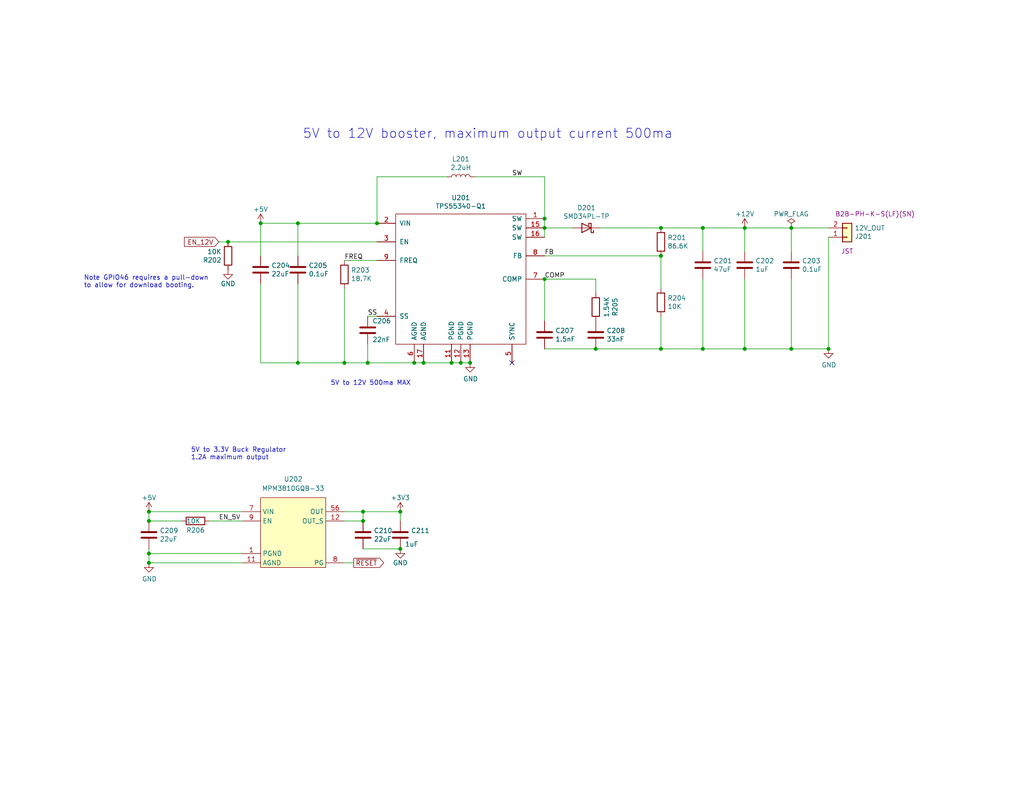
<source format=kicad_sch>
(kicad_sch (version 20230121) (generator eeschema)
  (paper "USLetter")
  (title_block (title "Wroom32 LED Controller") (date "2022-05-15") (rev "4.0.0") (company "Aaron Williams") (comment 1 "Copyright © 2020-2022 by Aaron Williams"))
  (lib_symbols
    (symbol "Connector_Generic:Conn_01x02" (pin_names (offset 1.016) hide)
      (property "Reference" "J" (at 0 2.54 0))
      (property "Value" "Conn_01x02" (at 0 -5.08 0))
      (symbol "Conn_01x02_1_1"
        (rectangle (start -1.27 -2.413) (end 0 -2.667) (stroke (width 0.1524)))
        (rectangle (start -1.27 0.127) (end 0 -0.127) (stroke (width 0.1524)))
        (rectangle (start -1.27 1.27) (end 1.27 -3.81) (stroke (width 0.254)) (fill (type background)))
        (pin passive line (at -5.08 0 0) (length 3.81) (name "Pin_1") (number "1"))
        (pin passive line (at -5.08 -2.54 0) (length 3.81) (name "Pin_2") (number "2"))
      )
    )
    (symbol "Device:C" (pin_numbers hide) (pin_names (offset 0.254))
      (property "Reference" "C" (at 0.635 2.54 0))
      (property "Value" "C" (at 0.635 -2.54 0))
      (symbol "C_0_1"
        (polyline (pts (xy -2.032 -0.762) (xy 2.032 -0.762)) (stroke (width 0.508)))
        (polyline (pts (xy -2.032 0.762) (xy 2.032 0.762)) (stroke (width 0.508)))
      )
      (symbol "C_1_1"
        (pin passive line (at 0 3.81 270) (length 2.794) (name "~") (number "1"))
        (pin passive line (at 0 -3.81 90) (length 2.794) (name "~") (number "2"))
      )
    )
    (symbol "Device:D_Schottky" (pin_numbers hide) (pin_names (offset 1.016) hide)
      (property "Reference" "D" (at 0 2.54 0))
      (property "Value" "D_Schottky" (at 0 -2.54 0))
      (symbol "D_Schottky_0_1"
        (polyline (pts (xy 1.27 0) (xy -1.27 0)))
        (polyline (pts (xy 1.27 1.27) (xy 1.27 -1.27) (xy -1.27 0) (xy 1.27 1.27)) (stroke (width 0.254)))
        (polyline (pts (xy -1.905 0.635) (xy -1.905 1.27) (xy -1.27 1.27) (xy -1.27 -1.27) (xy -0.635 -1.27) (xy -0.635 -0.635)) (stroke (width 0.254)))
      )
      (symbol "D_Schottky_1_1"
        (pin passive line (at -3.81 0 0) (length 2.54) (name "K") (number "1"))
        (pin passive line (at 3.81 0 180) (length 2.54) (name "A") (number "2"))
      )
    )
    (symbol "Device:L" (pin_numbers hide) (pin_names (offset 1.016) hide)
      (property "Reference" "L" (at -1.27 0 90))
      (property "Value" "L" (at 1.905 0 90))
      (symbol "L_0_1"
        (arc (start 0 -2.54) (mid 0.6323 -1.905) (end 0 -1.27))
        (arc (start 0 -1.27) (mid 0.6323 -0.635) (end 0 0))
        (arc (start 0 0) (mid 0.6323 0.635) (end 0 1.27))
        (arc (start 0 1.27) (mid 0.6323 1.905) (end 0 2.54))
      )
      (symbol "L_1_1"
        (pin passive line (at 0 3.81 270) (length 1.27) (name "1") (number "1"))
        (pin passive line (at 0 -3.81 90) (length 1.27) (name "2") (number "2"))
      )
    )
    (symbol "Device:R" (pin_numbers hide) (pin_names (offset 0))
      (property "Reference" "R" (at 2.032 0 90))
      (property "Value" "R" (at 0 0 90))
      (symbol "R_0_1"
        (rectangle (start -1.016 -2.54) (end 1.016 2.54) (stroke (width 0.254)))
      )
      (symbol "R_1_1"
        (pin passive line (at 0 3.81 270) (length 1.27) (name "~") (number "1"))
        (pin passive line (at 0 -3.81 90) (length 1.27) (name "~") (number "2"))
      )
    )
    (symbol "Power_Management:MPM3810GQB-33"
      (property "Reference" "U" (at -5.08 10.16 0))
      (property "Value" "MPM3810GQB-33" (at 0 7.62 0))
      (symbol "MPM3810GQB-33_0_1"
        (rectangle (start -8.89 8.89) (end 8.89 -10.16) (fill (type background)))
      )
      (symbol "MPM3810GQB-33_1_1"
        (pin power_in line (at -13.97 -6.35 0) (length 5.08) (name "PGND") (number "1"))
        (pin no_connect line (at 13.97 -6.35 180) (length 5.08) hide (name "NC") (number "10"))
        (pin power_in line (at -13.97 -8.89 0) (length 5.08) (name "AGND") (number "11"))
        (pin input line (at 13.97 2.54 180) (length 5.08) (name "OUT_S") (number "12"))
        (pin passive line (at -13.97 -6.35 0) (length 5.08) hide (name "PGND") (number "2"))
        (pin no_connect line (at -13.97 0 0) (length 5.08) hide (name "NC") (number "34"))
        (pin power_out line (at 13.97 5.08 180) (length 5.08) (name "OUT") (number "56"))
        (pin power_in line (at -13.97 5.08 0) (length 5.08) (name "VIN") (number "7"))
        (pin open_collector line (at 13.97 -8.89 180) (length 5.08) (name "PG") (number "8"))
        (pin input line (at -13.97 2.54 0) (length 5.08) (name "EN") (number "9"))
      )
    )
    (symbol "led-controller-wrover32-rescue:TPS55340-Q1-texas-12v-booster-rescue" (pin_names (offset 1.016))
      (property "Reference" "U" (at -13.97 19.05 0))
      (property "Value" "TPS55340-Q1-texas-12v-booster-rescue" (at 0 0 0))
      (symbol "TPS55340-Q1-texas-12v-booster-rescue_0_1"
        (rectangle (start -17.78 17.78) (end 17.78 -17.78))
      )
      (symbol "TPS55340-Q1-texas-12v-booster-rescue_1_1"
        (pin input line (at 22.86 16.51 180) (length 5.08) (name "SW") (number "1"))
        (pin no_connect line (at 17.78 -6.35 180) (length 5.08) hide (name "NC") (number "10"))
        (pin power_in line (at -2.54 -22.86 90) (length 5.08) (name "PGND") (number "11"))
        (pin power_in line (at 0 -22.86 90) (length 5.08) (name "PGND") (number "12"))
        (pin power_in line (at 2.54 -22.86 90) (length 5.08) (name "PGND") (number "13"))
        (pin no_connect line (at 17.78 -8.89 180) (length 5.08) hide (name "NC") (number "14"))
        (pin input line (at 22.86 13.97 180) (length 5.08) (name "SW") (number "15"))
        (pin input line (at 22.86 11.43 180) (length 5.08) (name "SW") (number "16"))
        (pin power_in line (at -10.16 -22.86 90) (length 5.08) (name "AGND") (number "17"))
        (pin power_in line (at -22.86 15.24 0) (length 5.08) (name "VIN") (number "2"))
        (pin input line (at -22.86 10.16 0) (length 5.08) (name "EN") (number "3"))
        (pin input line (at -22.86 -10.16 0) (length 5.08) (name "SS") (number "4"))
        (pin input line (at 13.97 -22.86 90) (length 5.08) (name "SYNC") (number "5"))
        (pin power_in line (at -12.7 -22.86 90) (length 5.08) (name "AGND") (number "6"))
        (pin output line (at 22.86 0 180) (length 5.08) (name "COMP") (number "7"))
        (pin passive line (at 22.86 6.35 180) (length 5.08) (name "FB") (number "8"))
        (pin output line (at -22.86 5.08 0) (length 5.08) (name "FREQ") (number "9"))
      )
    )
    (symbol "power:+12V" (power) (pin_names (offset 0))
      (property "Value" "+12V" (at 0 3.556 0))
      (symbol "+12V_0_1"
        (polyline (pts (xy -0.762 1.27) (xy 0 2.54)))
        (polyline (pts (xy 0 0) (xy 0 2.54)))
        (polyline (pts (xy 0 2.54) (xy 0.762 1.27)))
      )
      (symbol "+12V_1_1"
        (pin power_in line (at 0 0 90) (length 0) hide (name "+12V") (number "1"))
      )
    )
    (symbol "power:+3.3V" (power) (pin_names (offset 0))
      (property "Value" "+3.3V" (at 0 3.556 0))
      (symbol "+3.3V_0_1"
        (polyline (pts (xy -0.762 1.27) (xy 0 2.54)))
        (polyline (pts (xy 0 0) (xy 0 2.54)))
        (polyline (pts (xy 0 2.54) (xy 0.762 1.27)))
      )
      (symbol "+3.3V_1_1"
        (pin power_in line (at 0 0 90) (length 0) hide (name "+3V3") (number "1"))
      )
    )
    (symbol "power:+5V" (power) (pin_names (offset 0))
      (property "Value" "+5V" (at 0 3.556 0))
      (symbol "+5V_0_1"
        (polyline (pts (xy -0.762 1.27) (xy 0 2.54)))
        (polyline (pts (xy 0 0) (xy 0 2.54)))
        (polyline (pts (xy 0 2.54) (xy 0.762 1.27)))
      )
      (symbol "+5V_1_1"
        (pin power_in line (at 0 0 90) (length 0) hide (name "+5V") (number "1"))
      )
    )
    (symbol "power:GND" (power) (pin_names (offset 0))
      (property "Value" "GND" (at 0 -3.81 0))
      (symbol "GND_0_1"
        (polyline (pts (xy 0 0) (xy 0 -1.27) (xy 1.27 -1.27) (xy 0 -2.54) (xy -1.27 -1.27) (xy 0 -1.27)))
      )
      (symbol "GND_1_1"
        (pin power_in line (at 0 0 270) (length 0) hide (name "GND") (number "1"))
      )
    )
    (symbol "power:PWR_FLAG" (power) (pin_numbers hide) (pin_names (offset 0) hide)
      (property "Value" "PWR_FLAG" (at 0 3.81 0))
      (symbol "PWR_FLAG_0_0"
        (pin power_out line (at 0 0 90) (length 0) (name "pwr") (number "1"))
      )
      (symbol "PWR_FLAG_0_1"
        (polyline (pts (xy 0 0) (xy 0 1.27) (xy -1.016 1.905) (xy 0 2.54) (xy 1.016 1.905) (xy 0 1.27)))
      )
    )
  )
  (junction (at 203.2 62.23))
  (junction (at 81.28 60.96))
  (junction (at 40.64 142.24))
  (junction (at 115.57 99.06))
  (junction (at 81.28 99.06))
  (junction (at 113.03 99.06))
  (junction (at 102.87 60.96))
  (junction (at 123.19 99.06))
  (junction (at 180.34 95.25))
  (junction (at 99.06 139.7))
  (junction (at 99.06 142.24))
  (junction (at 148.59 62.23))
  (junction (at 93.98 99.06))
  (junction (at 215.9 62.23))
  (junction (at 125.73 99.06))
  (junction (at 203.2 95.25))
  (junction (at 180.34 69.85))
  (junction (at 109.22 149.86))
  (junction (at 215.9 95.25))
  (junction (at 180.34 62.23))
  (junction (at 226.06 95.25))
  (junction (at 62.23 66.04))
  (junction (at 191.77 95.25))
  (junction (at 40.64 151.13))
  (junction (at 40.64 153.67))
  (junction (at 71.12 60.96))
  (junction (at 128.27 99.06))
  (junction (at 148.59 59.69))
  (junction (at 148.59 76.2))
  (junction (at 109.22 139.7))
  (junction (at 40.64 139.7))
  (junction (at 191.77 62.23))
  (junction (at 100.33 99.06))
  (junction (at 162.56 95.25))
  (no_connect (at 139.7 99.06))
  (wire (pts (xy 215.9 95.25) (xy 226.06 95.25)))
  (wire (pts (xy 100.33 99.06) (xy 100.33 93.98)))
  (wire (pts (xy 148.59 64.77) (xy 148.59 62.23)))
  (wire (pts (xy 62.23 66.04) (xy 102.87 66.04)))
  (wire (pts (xy 99.06 139.7) (xy 109.22 139.7)))
  (wire (pts (xy 40.64 139.7) (xy 66.04 139.7)))
  (wire (pts (xy 40.64 153.67) (xy 66.04 153.67)))
  (wire (pts (xy 121.92 48.26) (xy 102.87 48.26)))
  (wire (pts (xy 191.77 62.23) (xy 203.2 62.23)))
  (wire (pts (xy 93.98 153.67) (xy 96.52 153.67)))
  (wire (pts (xy 93.98 139.7) (xy 99.06 139.7)))
  (wire (pts (xy 40.64 151.13) (xy 66.04 151.13)))
  (wire (pts (xy 81.28 99.06) (xy 93.98 99.06)))
  (wire (pts (xy 148.59 69.85) (xy 180.34 69.85)))
  (wire (pts (xy 81.28 60.96) (xy 71.12 60.96)))
  (wire (pts (xy 148.59 59.69) (xy 148.59 48.26)))
  (wire (pts (xy 115.57 99.06) (xy 113.03 99.06)))
  (wire (pts (xy 123.19 99.06) (xy 115.57 99.06)))
  (wire (pts (xy 148.59 76.2) (xy 162.56 76.2)))
  (wire (pts (xy 40.64 151.13) (xy 40.64 149.86)))
  (wire (pts (xy 148.59 62.23) (xy 156.21 62.23)))
  (wire (pts (xy 203.2 95.25) (xy 203.2 76.2)))
  (wire (pts (xy 71.12 60.96) (xy 71.12 69.85)))
  (wire (pts (xy 148.59 95.25) (xy 162.56 95.25)))
  (wire (pts (xy 226.06 95.25) (xy 226.06 64.77)))
  (wire (pts (xy 57.15 142.24) (xy 66.04 142.24)))
  (wire (pts (xy 128.27 99.06) (xy 125.73 99.06)))
  (wire (pts (xy 180.34 95.25) (xy 180.34 86.36)))
  (wire (pts (xy 100.33 86.36) (xy 102.87 86.36)))
  (wire (pts (xy 148.59 87.63) (xy 148.59 76.2)))
  (wire (pts (xy 102.87 48.26) (xy 102.87 60.96)))
  (wire (pts (xy 162.56 95.25) (xy 180.34 95.25)))
  (wire (pts (xy 71.12 77.47) (xy 71.12 99.06)))
  (wire (pts (xy 81.28 77.47) (xy 81.28 99.06)))
  (wire (pts (xy 215.9 62.23) (xy 226.06 62.23)))
  (wire (pts (xy 102.87 71.12) (xy 93.98 71.12)))
  (wire (pts (xy 93.98 99.06) (xy 100.33 99.06)))
  (wire (pts (xy 180.34 62.23) (xy 191.77 62.23)))
  (wire (pts (xy 125.73 99.06) (xy 123.19 99.06)))
  (wire (pts (xy 148.59 62.23) (xy 148.59 59.69)))
  (wire (pts (xy 215.9 68.58) (xy 215.9 62.23)))
  (wire (pts (xy 109.22 139.7) (xy 109.22 142.24)))
  (wire (pts (xy 191.77 95.25) (xy 203.2 95.25)))
  (wire (pts (xy 215.9 76.2) (xy 215.9 95.25)))
  (wire (pts (xy 81.28 60.96) (xy 81.28 69.85)))
  (wire (pts (xy 180.34 62.23) (xy 163.83 62.23)))
  (wire (pts (xy 40.64 153.67) (xy 40.64 151.13)))
  (wire (pts (xy 191.77 95.25) (xy 191.77 76.2)))
  (wire (pts (xy 71.12 99.06) (xy 81.28 99.06)))
  (wire (pts (xy 203.2 95.25) (xy 215.9 95.25)))
  (wire (pts (xy 180.34 78.74) (xy 180.34 69.85)))
  (wire (pts (xy 162.56 80.01) (xy 162.56 76.2)))
  (wire (pts (xy 59.69 66.04) (xy 62.23 66.04)))
  (wire (pts (xy 93.98 142.24) (xy 99.06 142.24)))
  (wire (pts (xy 180.34 95.25) (xy 191.77 95.25)))
  (wire (pts (xy 113.03 99.06) (xy 100.33 99.06)))
  (wire (pts (xy 203.2 62.23) (xy 203.2 68.58)))
  (wire (pts (xy 203.2 62.23) (xy 215.9 62.23)))
  (wire (pts (xy 148.59 48.26) (xy 129.54 48.26)))
  (wire (pts (xy 109.22 149.86) (xy 99.06 149.86)))
  (wire (pts (xy 93.98 78.74) (xy 93.98 99.06)))
  (wire (pts (xy 99.06 139.7) (xy 99.06 142.24)))
  (wire (pts (xy 49.53 142.24) (xy 40.64 142.24)))
  (wire (pts (xy 102.87 60.96) (xy 81.28 60.96)))
  (wire (pts (xy 191.77 62.23) (xy 191.77 68.58)))
  (wire (pts (xy 40.64 139.7) (xy 40.64 142.24)))
  (text "Note GPIO46 requires a pull-down\nto allow for download booting." (at 22.86 78.74 0) (effects (font (size 1.27 1.27)) (justify left bottom)))
  (text "5V to 3.3V Buck Regulator\n1.2A maximum output" (at 52.07 125.73 0) (effects (font (size 1.27 1.27)) (justify left bottom)))
  (text "5V to 12V 500ma MAX" (at 90.17 105.41 0) (effects (font (size 1.27 1.27)) (justify left bottom)))
  (text "5V to 12V booster, maximum output current 500ma" (at 82.55 38.1 0) (effects (font (size 2.54 2.54)) (justify left bottom)))
  (label "EN_5V" (at 59.69 142.24 0))
  (label "SW" (at 139.7 48.26 0))
  (label "COMP" (at 148.59 76.2 0))
  (label "SS" (at 100.33 86.36 0))
  (label "FB" (at 148.59 69.85 0))
  (label "FREQ" (at 93.98 71.12 0))
  (global_label "EN_12V" (shape input) (at 59.69 66.04 180) (property "Intersheetrefs" "${INTERSHEET_REFS}" (effects hide)))
  (global_label "~{RESET}" (shape output) (at 96.52 153.67 0) (property "Intersheetrefs" "${INTERSHEET_REFS}" (effects hide)))
  (symbol (lib_id "led-controller-wrover32-rescue:TPS55340-Q1-texas-12v-booster-rescue") (at 125.73 76.2 0) (unit 1)
    (property "Reference" "U201" (at 125.73 53.975 0))
    (property "Value" "TPS55340-Q1" (at 125.73 56.2864 0))
    (property "Footprint" "Aaron:QFN-16-1EP_3x3mm_P0.5mm_EP2.7x2.7mm_ThermalVias" (effects hide))
    (property "Datasheet" "http://www.ti.com/lit/ds/symlink/tps55340-q1.pdf" (effects hide))
    (property "MFR" "Texas Instruments" (effects hide))
    (property "MPN" "TPS55340RTER" (effects hide))
    (property "SPR" "Digikey" (effects hide))
    (property "SPN" "296-37677-1-ND" (effects hide))
    (property "SPURL" "https://www.digikey.com/products/en?keywords=296-37677-1-ND" (effects hide))
    (property "DESC" "IC REG BOOST ADJ 5.25A 16WQFN" (effects hide))
  )
  (symbol (lib_id "Device:L") (at 125.73 48.26 90) (unit 1)
    (property "Reference" "L201" (at 125.73 43.434 90))
    (property "Value" "2.2uH" (at 125.73 45.7454 90))
    (property "Footprint" "Inductor_SMD:L_1210_3225Metric" (effects hide))
    (property "MFR" "Murata Electronics" (effects hide))
    (property "MPN" "DFE322520FD-2R2M=P2" (effects hide))
    (property "SPR" "Digikey" (effects hide))
    (property "SPN" "490-18405-1-ND" (effects hide))
    (property "SPURL" "https://www.digikey.com/en/products/detail/murata-electronics/DFE322520FD-2R2M-P2/10135196" (effects hide))
    (property "DESC" "2.2 µH Shielded Wirewound Inductor 2.9 A 46mOhm Max 1210 (3225 Metric)" (effects hide))
  )
  (symbol (lib_id "Device:D_Schottky") (at 160.02 62.23 180) (unit 1)
    (property "Reference" "D201" (at 160.02 56.7436 0))
    (property "Value" "SMD34PL-TP" (at 160.02 59.055 0))
    (property "Footprint" "Diode_SMD:D_SOD-123F" (effects hide))
    (property "MFR" "Micro Commercial Co" (effects hide))
    (property "MPN" "SMD34PL-TP" (effects hide))
    (property "SPR" "Digikey" (effects hide))
    (property "SPN" "SMD34PL-TPMSCT-ND" (effects hide))
    (property "SPURL" "https://www.digikey.com/en/products/detail/micro-commercial-co/SMD34PL-TP/7652399" (effects hide))
    (property "DESC" "Diode Schottky 40 V 3A Surface Mount SOD-123FL" (effects hide))
  )
  (symbol (lib_id "Device:C") (at 71.12 73.66 0) (unit 1)
    (property "Reference" "C204" (at 74.041 72.4916 0) (effects (justify left)))
    (property "Value" "22uF" (at 74.041 74.803 0) (effects (justify left)))
    (property "Footprint" "Capacitor_SMD:C_0603_1608Metric" (effects hide))
    (property "MFR" "Samsung Electro-Mechanics" (effects hide))
    (property "MPN" "CL10A226MO7JZNC" (effects hide))
    (property "SPR" "Digikey" (effects hide))
    (property "SPN" "1276-7076-1-ND" (effects hide))
    (property "SPURL" "https://www.digikey.com/products/en/capacitors/ceramic-capacitors/60?k=&pkeyword=&sv=0&pv2049=u22%C2%B5F&sf=1&FV=7%7C2%2C14%7C108742%2C17%7C422407%2C17%7C422415%2C1989%7C0%2C-8%7C60%2C16%7C39246%2C69%7C409416&quantity=&ColumnSort=0&page=1&stock=1&nstock=1&pageSize=500" (effects hide))
    (property "DESC" "CAP CER 22UF 16V X5R 0603" (effects hide))
  )
  (symbol (lib_id "Device:C") (at 81.28 73.66 0) (unit 1)
    (property "Reference" "C205" (at 84.201 72.4916 0) (effects (justify left)))
    (property "Value" "0.1uF" (at 84.201 74.803 0) (effects (justify left)))
    (property "Footprint" "Capacitor_SMD:C_0402_1005Metric" (effects hide))
    (property "SPR" "Digikey" (effects hide))
  )
  (symbol (lib_id "Device:R") (at 93.98 74.93 0) (unit 1)
    (property "Reference" "R203" (at 95.758 73.7616 0) (effects (justify left)))
    (property "Value" "18.7K" (at 95.758 76.073 0) (effects (justify left)))
    (property "Footprint" "Resistor_SMD:R_0402_1005Metric" (effects hide))
    (property "MPN" "RC0603FR-0718K7L" (effects hide))
    (property "SPR" "Digikey" (effects hide))
    (property "SPN" "311-18.7KHRCT-ND" (effects hide))
    (property "SPURL" "https://www.digikey.com/product-detail/en/yageo/RC0603FR-0718K7L/311-18.7KHRCT-ND/729940" (effects hide))
  )
  (symbol (lib_id "Device:C") (at 100.33 90.17 0) (unit 1)
    (property "Reference" "C206" (at 101.6 87.63 0) (effects (justify left)))
    (property "Value" "22nF" (at 101.6 92.71 0) (effects (justify left)))
    (property "Footprint" "Capacitor_SMD:C_0402_1005Metric" (effects hide))
    (property "SPR" "Digikey" (effects hide))
  )
  (symbol (lib_id "Device:C") (at 148.59 91.44 0) (unit 1)
    (property "Reference" "C207" (at 151.511 90.2716 0) (effects (justify left)))
    (property "Value" "1.5nF" (at 151.511 92.583 0) (effects (justify left)))
    (property "Footprint" "Capacitor_SMD:C_0402_1005Metric" (effects hide))
    (property "SPR" "Digikey" (effects hide))
  )
  (symbol (lib_id "Device:R") (at 162.56 83.82 180) (unit 1)
    (property "Reference" "R205" (at 167.8178 83.82 90))
    (property "Value" "1.54K" (at 165.5064 83.82 90))
    (property "Footprint" "Resistor_SMD:R_0402_1005Metric" (effects hide))
  )
  (symbol (lib_id "Device:C") (at 162.56 91.44 0) (unit 1)
    (property "Reference" "C208" (at 165.481 90.2716 0) (effects (justify left)))
    (property "Value" "33nF" (at 165.481 92.583 0) (effects (justify left)))
    (property "Footprint" "Capacitor_SMD:C_0402_1005Metric" (effects hide))
    (property "SPR" "Digikey" (effects hide))
  )
  (symbol (lib_id "Device:R") (at 180.34 82.55 0) (unit 1)
    (property "Reference" "R204" (at 182.118 81.3816 0) (effects (justify left)))
    (property "Value" "10K" (at 182.118 83.693 0) (effects (justify left)))
    (property "Footprint" "Resistor_SMD:R_0402_1005Metric" (effects hide))
    (property "SPR" "Digikey" (effects hide))
    (property "SPN" "541-2979-1-ND" (effects hide))
    (property "SPURL" "https://www.digikey.com/products/en?keywords=541-2979-1-ND" (effects hide))
  )
  (symbol (lib_id "Device:R") (at 180.34 66.04 0) (unit 1)
    (property "Reference" "R201" (at 182.118 64.8716 0) (effects (justify left)))
    (property "Value" "86.6K" (at 182.118 67.183 0) (effects (justify left)))
    (property "Footprint" "Resistor_SMD:R_0402_1005Metric" (effects hide))
    (property "SPR" "Digikey" (effects hide))
    (property "SPN" "541-86.6KHCT-ND" (effects hide))
    (property "SPURL" "https://www.digikey.com/products/en?keywords=541-86.6KHCT-ND" (effects hide))
  )
  (symbol (lib_id "Device:C") (at 191.77 72.39 0) (unit 1)
    (property "Reference" "C201" (at 194.691 71.2216 0) (effects (justify left)))
    (property "Value" "47uF" (at 194.691 73.533 0) (effects (justify left)))
    (property "Footprint" "Capacitor_SMD:C_1210_3225Metric" (effects hide))
    (property "MFR" "Samsung" (effects hide))
    (property "MPN" "CL32A476KOJNNNE" (effects hide))
    (property "DESC" "CAP CER 47UF 16V X5R 1210" (effects hide))
  )
  (symbol (lib_id "Device:C") (at 203.2 72.39 0) (unit 1)
    (property "Reference" "C202" (at 206.121 71.2216 0) (effects (justify left)))
    (property "Value" "1uF" (at 206.121 73.533 0) (effects (justify left)))
    (property "Footprint" "Capacitor_SMD:C_0402_1005Metric" (effects hide))
  )
  (symbol (lib_id "power:GND") (at 128.27 99.06 0) (unit 1)
    (property "Reference" "#PWR0205" (effects hide))
    (property "Value" "GND" (at 128.397 103.4542 0))
  )
  (symbol (lib_id "power:+12V") (at 203.2 62.23 0) (unit 1)
    (property "Reference" "#PWR0202" (effects hide))
    (property "Value" "+12V" (at 203.2 58.42 0))
  )
  (symbol (lib_id "power:GND") (at 226.06 95.25 0) (unit 1)
    (property "Reference" "#PWR0204" (effects hide))
    (property "Value" "GND" (at 226.187 99.6442 0))
  )
  (symbol (lib_id "Device:C") (at 215.9 72.39 0) (unit 1)
    (property "Reference" "C203" (at 218.821 71.2216 0) (effects (justify left)))
    (property "Value" "0.1uF" (at 218.821 73.533 0) (effects (justify left)))
    (property "Footprint" "Capacitor_SMD:C_0402_1005Metric" (effects hide))
    (property "SPR" "Digikey" (effects hide))
  )
  (symbol (lib_id "Connector_Generic:Conn_01x02") (at 231.14 64.77 0) (mirror x) (unit 1)
    (property "Reference" "J201" (at 233.172 64.5668 0) (effects (justify left)))
    (property "Value" "12V_OUT" (at 233.172 62.2554 0) (effects (justify left)))
    (property "Footprint" "Connector_JST:JST_PH_B2B-PH-K_1x02_P2.00mm_Vertical" (effects hide))
    (property "MFR" "JST" (at 231.14 68.58 0))
    (property "MPN" "B2B-PH-K-S(LF)(SN)" (at 238.76 58.42 0))
    (property "SPN" "455-1704-ND" (effects hide))
    (property "SPR" "Digikey" (effects hide))
    (property "SPURL" "https://www.digikey.com/product-detail/en/jst-sales-america-inc/B2B-PH-K-S-LF-SN/455-1704-ND/926611" (effects hide))
    (property "DESC" "CONN HEADER VERT 2POS 2MM" (effects hide))
  )
  (symbol (lib_id "power:PWR_FLAG") (at 215.9 62.23 0) (unit 1)
    (property "Reference" "#FLG0201" (effects hide))
    (property "Value" "PWR_FLAG" (at 215.9 58.42 0))
  )
  (symbol (lib_id "power:+5V") (at 71.12 60.96 0) (unit 1)
    (property "Reference" "#PWR0201" (effects hide))
    (property "Value" "+5V" (at 71.12 57.15 0))
  )
  (symbol (lib_id "Device:C") (at 99.06 146.05 0) (unit 1)
    (property "Reference" "C210" (at 101.981 144.8816 0) (effects (justify left)))
    (property "Value" "22uF" (at 101.981 147.193 0) (effects (justify left)))
    (property "Footprint" "Capacitor_SMD:C_0603_1608Metric" (effects hide))
    (property "MFR" "Samsung Electro-Mechanics" (effects hide))
    (property "MPN" "CL10A226MO7JZNC" (effects hide))
    (property "SPR" "Digikey" (effects hide))
    (property "SPN" "1276-7076-1-ND" (effects hide))
    (property "SPURL" "https://www.digikey.com/products/en/capacitors/ceramic-capacitors/60?k=&pkeyword=&sv=0&pv2049=u22%C2%B5F&sf=1&FV=7%7C2%2C14%7C108742%2C17%7C422407%2C17%7C422415%2C1989%7C0%2C-8%7C60%2C16%7C39246%2C69%7C409416&quantity=&ColumnSort=0&page=1&stock=1&nstock=1&pageSize=500" (effects hide))
    (property "DESC" "CAP CER 22UF 16V X5R 0603" (effects hide))
  )
  (symbol (lib_id "power:+5V") (at 40.64 139.7 0) (unit 1)
    (property "Reference" "#PWR0206" (effects hide))
    (property "Value" "+5V" (at 40.64 135.89 0))
  )
  (symbol (lib_id "Device:C") (at 40.64 146.05 0) (unit 1)
    (property "Reference" "C209" (at 43.561 144.8816 0) (effects (justify left)))
    (property "Value" "22uF" (at 43.561 147.193 0) (effects (justify left)))
    (property "Footprint" "Capacitor_SMD:C_0603_1608Metric" (effects hide))
    (property "MFR" "Samsung Electro-Mechanics" (effects hide))
    (property "MPN" "CL10A226MO7JZNC" (effects hide))
    (property "SPR" "Digikey" (effects hide))
    (property "SPN" "1276-7076-1-ND" (effects hide))
    (property "SPURL" "https://www.digikey.com/products/en/capacitors/ceramic-capacitors/60?k=&pkeyword=&sv=0&pv2049=u22%C2%B5F&sf=1&FV=7%7C2%2C14%7C108742%2C17%7C422407%2C17%7C422415%2C1989%7C0%2C-8%7C60%2C16%7C39246%2C69%7C409416&quantity=&ColumnSort=0&page=1&stock=1&nstock=1&pageSize=500" (effects hide))
    (property "DESC" "CAP CER 22UF 16V X5R 0603" (effects hide))
  )
  (symbol (lib_id "power:GND") (at 40.64 153.67 0) (unit 1)
    (property "Reference" "#PWR0209" (effects hide))
    (property "Value" "GND" (at 40.767 158.0642 0))
  )
  (symbol (lib_id "Device:C") (at 109.22 146.05 0) (unit 1)
    (property "Reference" "C211" (at 112.141 144.8816 0) (effects (justify left)))
    (property "Value" "1uF" (at 110.49 148.59 0) (effects (justify left)))
    (property "Footprint" "Capacitor_SMD:C_0402_1005Metric" (effects hide))
    (property "SPR" "Digikey" (effects hide))
  )
  (symbol (lib_id "power:GND") (at 62.23 73.66 0) (unit 1)
    (property "Reference" "#PWR0203" (effects hide))
    (property "Value" "GND" (at 62.23 77.47 0))
  )
  (symbol (lib_id "power:GND") (at 109.22 149.86 0) (unit 1)
    (property "Reference" "#PWR0208" (effects hide))
    (property "Value" "GND" (at 109.22 153.67 0))
  )
  (symbol (lib_id "Device:R") (at 62.23 69.85 180) (unit 1)
    (property "Reference" "R202" (at 60.452 71.0184 0) (effects (justify left)))
    (property "Value" "10K" (at 60.452 68.707 0) (effects (justify left)))
    (property "Footprint" "Resistor_SMD:R_0402_1005Metric" (effects hide))
    (property "SPR" "Digikey" (effects hide))
    (property "SPN" "541-2979-1-ND" (effects hide))
    (property "SPURL" "https://www.digikey.com/products/en?keywords=541-2979-1-ND" (effects hide))
  )
  (symbol (lib_id "Device:R") (at 53.34 142.24 270) (unit 1)
    (property "Reference" "R206" (at 50.8 144.78 90) (effects (justify left)))
    (property "Value" "10K" (at 50.8 142.24 90) (effects (justify left)))
    (property "Footprint" "Resistor_SMD:R_0402_1005Metric" (effects hide))
    (property "SPR" "Digikey" (effects hide))
    (property "SPN" "541-2979-1-ND" (effects hide))
    (property "SPURL" "https://www.digikey.com/products/en?keywords=541-2979-1-ND" (effects hide))
  )
  (symbol (lib_id "power:+3.3V") (at 109.22 139.7 0) (unit 1)
    (property "Reference" "#PWR0207" (effects hide))
    (property "Value" "+3.3V" (at 109.22 135.89 0))
  )
  (symbol (lib_id "Power_Management:MPM3810GQB-33") (at 80.01 144.78 0) (unit 1)
    (property "Reference" "U202" (at 80.01 130.81 0))
    (property "Value" "MPM3810GQB-33" (at 80.01 133.35 0))
    (property "Footprint" "Package_DFN_QFN:Monolithic_QFN-12-2.5x3.0mm_P0.4mm" (effects hide))
    (property "Datasheet" "https://www.monolithicpower.com/en/documentview/productdocument/index/version/2/document_type/Datasheet/lang/en/sku/MPM3810GQB/document_id/2083" (effects hide))
  )
)
</source>
